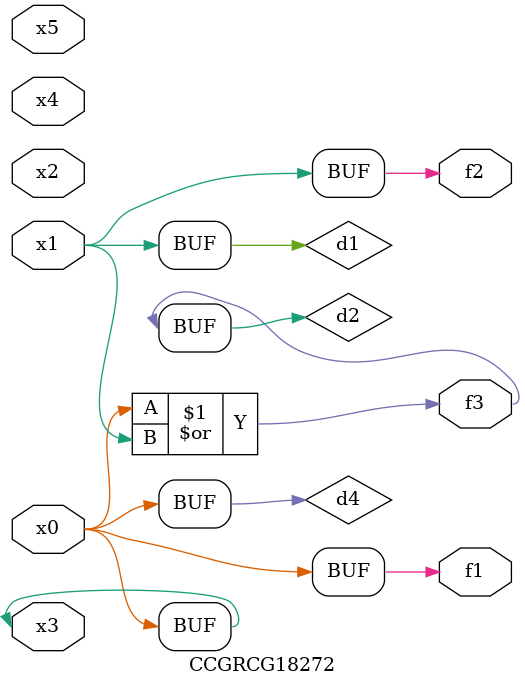
<source format=v>
module CCGRCG18272(
	input x0, x1, x2, x3, x4, x5,
	output f1, f2, f3
);

	wire d1, d2, d3, d4;

	and (d1, x1);
	or (d2, x0, x1);
	nand (d3, x0, x5);
	buf (d4, x0, x3);
	assign f1 = d4;
	assign f2 = d1;
	assign f3 = d2;
endmodule

</source>
